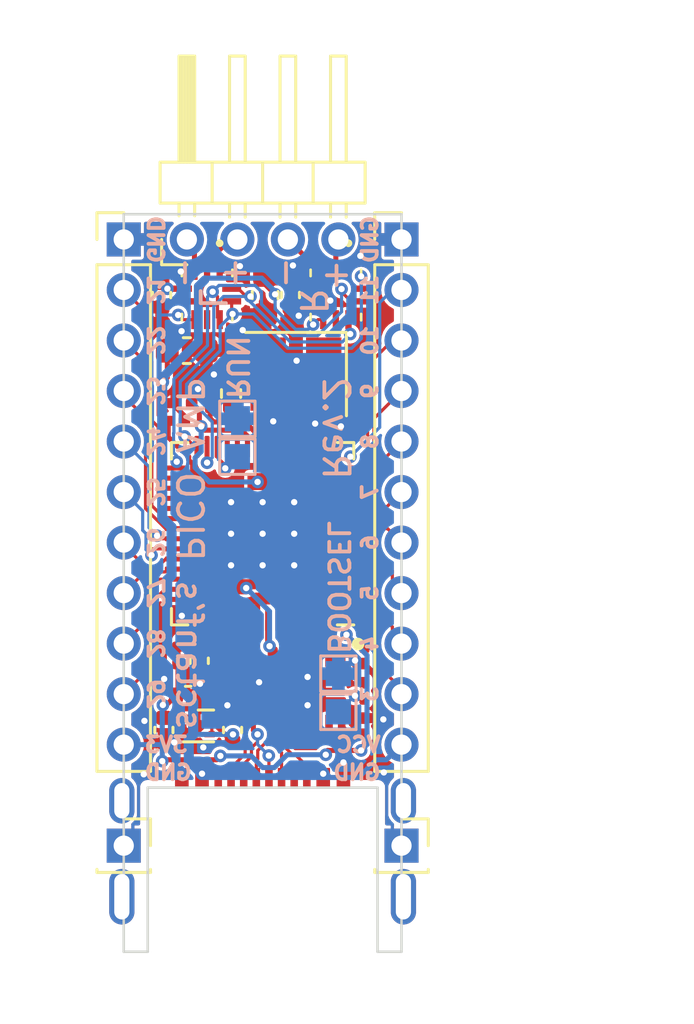
<source format=kicad_pcb>
(kicad_pcb (version 20221018) (generator pcbnew)
  (layers (0 "F.Cu" signal) (31 "B.Cu" signal) (34 "B.Paste" user) (35 "F.Paste" user) (36 "B.SilkS" user "B.Silkscreen") (37 "F.SilkS" user "F.Silkscreen") (38 "B.Mask" user) (39 "F.Mask" user) (44 "Edge.Cuts" user))
  (net 0 "")
  (net 1 "/P29")
  (net 2 "/P28")
  (net 3 "+3V3")
  (net 7 "/P27")
  (net 8 "/P26")
  (net 9 "/P25")
  (net 10 "/P24")
  (net 11 "/P23")
  (net 12 "/P22")
  (net 13 "/P21")
  (net 14 "/P3")
  (net 15 "/P4")
  (net 16 "+1V1")
  (net 17 "/~{USB_BOOT}")
  (net 22 "unconnected-(U1-GPIO20-Pad31)")
  (net 23 "/P5")
  (net 24 "/P6")
  (net 25 "/P7")
  (net 26 "/P8")
  (net 27 "/P9")
  (net 28 "/P10")
  (net 29 "/P11")
  (net 30 "Net-(J6-CC1)")
  (net 31 "/D+")
  (net 32 "/LRCLK")
  (net 33 "/BCLK")
  (net 34 "/DOUT")
  (net 38 "L+")
  (net 39 "L-")
  (net 40 "R+")
  (net 41 "R-")
  (net 42 "VCC")
  (net 43 "GND")
  (net 44 "Net-(U1-XIN)")
  (net 45 "Net-(U1-XOUT)")
  (net 46 "Net-(C5-Pad1)")
  (net 47 "Net-(IC3-~{CS})")
  (net 48 "Net-(IC3-DO(IO1))")
  (net 49 "Net-(IC3-IO2)")
  (net 50 "Net-(IC3-DI(IO0))")
  (net 51 "Net-(IC3-CLK)")
  (net 52 "Net-(IC3-IO3)")
  (net 53 "Net-(U1-USB_DM)")
  (net 54 "Net-(U1-USB_DP)")
  (net 57 "/D-")
  (net 60 "/~{RST}")
  (net 61 "Net-(J6-CC2)")
  (footprint "Connector_PinSocket_2.00mm:PinSocket_1x01_P2.00mm_Vertical" (layer "F.Cu") (at 145.5 106.9)
    (fp_text reference "J5" hide)
    (fp_text value "Conn_01x01_Pin" hide)
  )
  (footprint "Resistor_SMD:R_0201_0603Metric" (layer "F.Cu") (at 139 99.37 90)
    (fp_text reference "R3" hide)
    (fp_text value "27R" hide)
  )
  (footprint "Connector_PinHeader_2.00mm:PinHeader_1x11_P2.00mm_Vertical" (layer "F.Cu") (at 145.5 82.9)
    (fp_text reference "J4" hide)
    (fp_text value "Conn_01x11_Pin" hide)
  )
  (footprint "Capacitor_SMD:C_0201_0603Metric" (layer "F.Cu") (at 136.58 90.08)
    (fp_text reference "C23" hide)
    (fp_text value "100n" hide)
  )
  (footprint "Capacitor_SMD:C_0402_1005Metric" (layer "F.Cu") (at 137.49 99.58 -90)
    (fp_text reference "C16" hide)
    (fp_text value "1u" hide)
  )
  (footprint "Resistor_SMD:R_0201_0603Metric" (layer "F.Cu") (at 138.3 100.8 -90)
    (fp_text reference "R5" hide)
    (fp_text value "5.1K" hide)
  )
  (footprint "Capacitor_SMD:C_0201_0603Metric" (layer "F.Cu") (at 136.33 99.02 180)
    (fp_text reference "C17" hide)
    (fp_text value "100n" hide)
  )
  (footprint "Capacitor_SMD:C_0402_1005Metric" (layer "F.Cu") (at 136 85.1 -90)
    (fp_text reference "C4" hide)
    (fp_text value "0.1uF" hide)
  )
  (footprint "Resistor_SMD:R_0201_0603Metric" (layer "F.Cu") (at 138.3 99.37 90)
    (fp_text reference "R2" hide)
    (fp_text value "27R" hide)
  )
  (footprint "Capacitor_SMD:C_0603_1608Metric" (layer "F.Cu") (at 137 87.3)
    (fp_text reference "C1" hide)
    (fp_text value "10uF" hide)
  )
  (footprint "Capacitor_SMD:C_0201_0603Metric" (layer "F.Cu") (at 144.03 102.17 90)
    (fp_text reference "C24" hide)
    (fp_text value "100n" hide)
  )
  (footprint "Resistor_SMD:R_0201_0603Metric" (layer "F.Cu") (at 140.4 101 90)
    (fp_text reference "R6" hide)
    (fp_text value "5.1K" hide)
  )
  (footprint "Capacitor_SMD:C_0201_0603Metric" (layer "F.Cu") (at 138.87 87.37 90)
    (fp_text reference "C5" hide)
    (fp_text value "15pF" hide)
  )
  (footprint "SamacSys_Parts:MAX98360AEFB" (layer "F.Cu") (at 142.9 85.1 -90)
    (fp_text reference "IC2" hide)
    (fp_text value "MAX98360AEFB+T" hide)
  )
  (footprint "Capacitor_SMD:C_0201_0603Metric" (layer "F.Cu") (at 143.77 89.73 90)
    (fp_text reference "C21" hide)
    (fp_text value "100n" hide)
  )
  (footprint "Resistor_SMD:R_0201_0603Metric" (layer "F.Cu") (at 144.03 100.77 90)
    (fp_text reference "R4" hide)
    (fp_text value "1k" hide)
  )
  (footprint "Package_DFN_QFN:UDFN-4-1EP_1x1mm_P0.65mm_EP0.48x0.48mm" (layer "F.Cu") (at 137.45 102.16)
    (fp_text reference "U2" hide)
    (fp_text value "MIC5317-3.3xM5" hide)
  )
  (footprint "Capacitor_SMD:C_0201_0603Metric" (layer "F.Cu") (at 136.87 89.38 180)
    (fp_text reference "C15" hide)
    (fp_text value "100n" hide)
  )
  (footprint "Connector_PinHeader_2.00mm:PinHeader_1x11_P2.00mm_Vertical" (layer "F.Cu") (at 134.5 82.9)
    (fp_text reference "J2" hide)
    (fp_text value "Conn_01x11_Pin" hide)
  )
  (footprint "Crystal:Crystal_SMD_3225-4Pin_3.2x2.5mm" (layer "F.Cu") (at 141.32 88.23 180)
    (fp_text reference "Y1" hide)
    (fp_text value "Crystal_GND24" hide)
  )
  (footprint "Connector_PinSocket_2.00mm:PinSocket_1x01_P2.00mm_Vertical" (layer "F.Cu") (at 134.5 106.9)
    (fp_text reference "J3" hide)
    (fp_text value "Conn_01x01_Pin" hide)
  )
  (footprint "Capacitor_SMD:C_0201_0603Metric" (layer "F.Cu") (at 140.4 99.57 -90)
    (fp_text reference "C14" hide)
    (fp_text value "100n" hide)
  )
  (footprint "Resistor_SMD:R_0402_1005Metric" (layer "F.Cu") (at 138.75 89 -90)
    (fp_text reference "R1" hide)
    (fp_text value "1K" hide)
  )
  (footprint "Capacitor_SMD:C_0201_0603Metric" (layer "F.Cu") (at 137.92 89.23 90)
    (fp_text reference "C20" hide)
    (fp_text value "100n" hide)
  )
  (footprint "Capacitor_SMD:C_0603_1608Metric" (layer "F.Cu") (at 140.1 85.1 -90)
    (fp_text reference "C2" hide)
    (fp_text value "10uF" hide)
  )
  (footprint "Capacitor_SMD:C_0201_0603Metric" (layer "F.Cu") (at 139.7 99.57 -90)
    (fp_text reference "C12" hide)
    (fp_text value "100n" hide)
  )
  (footprint "SamacSys_Parts:MAX98360AEFB" (layer "F.Cu") (at 137.8 85.1 -90)
    (fp_text reference "IC1" hide)
    (fp_text value "MAX98360AEFB+T" hide)
  )
  (footprint "Capacitor_SMD:C_0402_1005Metric" (layer "F.Cu") (at 136.09 102.32 -90)
    (fp_text reference "C8" hide)
    (fp_text value "1uF" hide)
  )
  (footprint "Capacitor_SMD:C_0201_0603Metric" (layer "F.Cu") (at 144.03 99.37 -90)
    (fp_text reference "C22" hide)
    (fp_text value "100n" hide)
  )
  (footprint "nrfmicro:USB-C_C168688" (layer "F.Cu") (at 139.99515 104.62125 180)
    (fp_text reference "J6" hide)
    (fp_text value "USB_C_Receptacle_USB2.0" hide)
  )
  (footprint "Package_DFN_QFN:QFN-56-1EP_7x7mm_P0.4mm_EP3.2x3.2mm" (layer "F.Cu") (at 140 94.55 180)
    (fp_text reference "U1" hide)
    (fp_text value "RP2040" hide)
  )
  (footprint "Capacitor_SMD:C_0402_1005Metric" (layer "F.Cu") (at 137.05 100.95)
    (fp_text reference "C18" hide)
    (fp_text value "1u" hide)
  )
  (footprint "SamacSys_Parts:SON50P300X200X60-9N" (layer "F.Cu") (at 142.38 100.77 -90)
    (fp_text reference "IC3" hide)
    (fp_text value "W25Q16JVUXIQ_TR" hide)
  )
  (footprint "Capacitor_SMD:C_0402_1005Metric" (layer "F.Cu") (at 141.1 85.1 -90)
    (fp_text reference "C3" hide)
    (fp_text value "0.1uF" hide)
  )
  (footprint "Capacitor_SMD:C_0402_1005Metric" (layer "F.Cu") (at 138.81 102.32 90)
    (fp_text reference "C7" hide)
    (fp_text value "1uF" hide)
  )
  (footprint "Capacitor_SMD:C_0201_0603Metric" (layer "F.Cu") (at 136.33 99.72 180)
    (fp_text reference "C19" hide)
    (fp_text value "100n" hide)
  )
  (footprint "Connector_PinHeader_2.00mm:PinHeader_1x04_P2.00mm_Horizontal" (layer "F.Cu") (at 137 82.9 90)
    (fp_text reference "J1" hide)
    (fp_text value "Conn_01x04_Pin" hide)
  )
  (footprint "Capacitor_SMD:C_0201_0603Metric" (layer "F.Cu") (at 143.77 88.33 -90)
    (fp_text reference "C6" hide)
    (fp_text value "15pF" hide)
  )
  (footprint "TestPoint:TestPoint_Pad_1.0x1.0mm" (layer "B.Cu") (at 139 90 180)
    (fp_text reference "TP4" hide)
    (fp_text value "TestPoint" hide)
  )
  (footprint "TestPoint:TestPoint_Pad_1.0x1.0mm" (layer "B.Cu") (at 139 91.5 180)
    (fp_text reference "TP3" hide)
    (fp_text value "TestPoint" hide)
  )
  (footprint "TestPoint:TestPoint_Pad_1.0x1.0mm" (layer "B.Cu") (at 143 101.6 180)
    (fp_text reference "TP2" hide)
    (fp_text value "TestPoint" hide)
  )
  (footprint "TestPoint:TestPoint_Pad_1.0x1.0mm" (layer "B.Cu") (at 143 100.09 180)
    (fp_text reference "TP1" hide)
    (fp_text value "TestPoint" hide)
  )
  (gr_line (start 135.45 104.6) (end 144.55 104.6) (stroke (width 0.1)) (layer "Edge.Cuts"))
  (gr_line (start 144.55 111.1) (end 145.5 111.1) (stroke (width 0.1)) (layer "Edge.Cuts"))
  (gr_line (start 145.5 111.1) (end 145.5 81.9) (stroke (width 0.1)) (layer "Edge.Cuts"))
  (gr_line (start 145.5 81.9) (end 134.5 81.9) (stroke (width 0.1)) (layer "Edge.Cuts"))
  (gr_line (start 144.55 104.6) (end 144.55 111.1) (stroke (width 0.1)) (layer "Edge.Cuts"))
  (gr_line (start 134.5 81.9) (end 134.5 111.1) (stroke (width 0.1)) (layer "Edge.Cuts"))
  (gr_line (start 135.45 111.1) (end 135.45 104.6) (stroke (width 0.1)) (layer "Edge.Cuts"))
  (gr_line (start 135.45 111.1) (end 134.5 111.1) (stroke (width 0.1)) (layer "Edge.Cuts"))
  (gr_text "25" (at 135.75 92.9 270) (layer "B.SilkS") (effects (font (size 0.6 0.6) (thickness 0.15) bold) (justify mirror)))
  (gr_text "+" (at 143 83.6 270) (layer "B.SilkS") (effects (font (size 1 1)) (justify right mirror)))
  (gr_text "24" (at 135.75 90.9 270) (layer "B.SilkS") (effects (font (size 0.6 0.6) (thickness 0.15) bold) (justify mirror)))
  (gr_text "GND" (at 135.25 104) (layer "B.SilkS") (effects (font (size 0.6 0.6) (thickness 0.15) bold) (justify right mirror)))
  (gr_text "28" (at 135.75 98.9 270) (layer "B.SilkS") (effects (font (size 0.6 0.6) (thickness 0.15) bold) (justify mirror)))
  (gr_text "3" (at 144.25 100.9 90) (layer "B.SilkS") (effects (font (size 0.6 0.6) (thickness 0.15) bold) (justify mirror)))
  (gr_text "21" (at 135.75 84.9 270) (layer "B.SilkS") (effects (font (size 0.6 0.6) (thickness 0.15) bold) (justify mirror)))
  (gr_text "-" (at 141 83.5 270) (layer "B.SilkS") (effects (font (size 1 1)) (justify right mirror)))
  (gr_text "22" (at 135.75 86.9 270) (layer "B.SilkS") (effects (font (size 0.6 0.6) (thickness 0.15) bold) (justify mirror)))
  (gr_text "7" (at 144.25 92.9 90) (layer "B.SilkS") (effects (font (size 0.6 0.6) (thickness 0.15) bold) (justify mirror)))
  (gr_text "GND" (at 144.75 104) (layer "B.SilkS") (effects (font (size 0.6 0.6) (thickness 0.15) bold) (justify left mirror)))
  (gr_text "BOOTSEL" (at 143 99.39 270) (layer "B.SilkS") (effects (font (size 0.8 0.8)) (justify left mirror)))
  (gr_text "23" (at 135.75 88.9 270) (layer "B.SilkS") (effects (font (size 0.6 0.6) (thickness 0.15) bold) (justify mirror)))
  (gr_text "R" (at 142 84.75 270) (layer "B.SilkS") (effects (font (size 1 1)) (justify right mirror)))
  (gr_text "GND" (at 135.75 82.9 270) (layer "B.SilkS") (effects (font (size 0.6 0.6) (thickness 0.15) bold) (justify mirror)))
  (gr_text "5" (at 144.25 96.9 90) (layer "B.SilkS") (effects (font (size 0.6 0.6) (thickness 0.15) bold) (justify mirror)))
  (gr_text "VCC" (at 144.75 102.9) (layer "B.SilkS") (effects (font (size 0.6 0.6) (thickness 0.15) bold) (justify left mirror)))
  (gr_text "9" (at 144.25 88.9 90) (layer "B.SilkS") (effects (font (size 0.6 0.6) (thickness 0.15) bold) (justify mirror)))
  (gr_text "26" (at 135.75 94.9 270) (layer "B.SilkS") (effects (font (size 0.6 0.6) (thickness 0.15) bold) (justify mirror)))
  (gr_text "RUN" (at 139 89.3 270) (layer "B.SilkS") (effects (font (size 0.8 0.8)) (justify left mirror)))
  (gr_text "29" (at 135.75 100.9 270) (layer "B.SilkS") (effects (font (size 0.6 0.6) (thickness 0.15) bold) (justify mirror)))
  (gr_text "-" (at 137 83.5 270) (layer "B.SilkS") (effects (font (size 1 1)) (justify right mirror)))
  (gr_text "Rev.2" (at 142.9 92.5 270) (layer "B.SilkS") (effects (font (size 1 1)) (justify left mirror)))
  (gr_text "6" (at 144.25 94.9 90) (layer "B.SilkS") (effects (font (size 0.6 0.6) (thickness 0.15) bold) (justify mirror)))
  (gr_text "8" (at 144.25 90.9 90) (layer "B.SilkS") (effects (font (size 0.6 0.6) (thickness 0.15) bold) (justify mirror)))
  (gr_text "3V3" (at 135.25 102.9) (layer "B.SilkS") (effects (font (size 0.6 0.6) (thickness 0.15) bold) (justify right mirror)))
  (gr_text "27" (at 135.75 96.9 270) (layer "B.SilkS") (effects (font (size 0.6 0.6) (thickness 0.15) bold) (justify mirror)))
  (gr_text "11" (at 144.25 84.9 90) (layer "B.SilkS") (effects (font (size 0.6 0.6) (thickness 0.15) bold) (justify mirror)))
  (gr_text "10" (at 144.25 86.9 90) (layer "B.SilkS") (effects (font (size 0.6 0.6) (thickness 0.15) bold) (justify mirror)))
  (gr_text "L" (at 138 84.75 270) (layer "B.SilkS") (effects (font (size 1 1)) (justify right mirror)))
  (gr_text "+" (at 139 83.5 270) (layer "B.SilkS") (effects (font (size 1 1)) (justify right mirror)))
  (gr_text "sctanf's PICO AMP" (at 137.1 102.4 270) (layer "B.SilkS") (effects (font (size 1 1)) (justify left mirror)))
  (gr_text "GND" (at 144.25 82.9 90) (layer "B.SilkS") (effects (font (size 0.6 0.6) (thickness 0.15) bold) (justify mirror)))
  (gr_text "4" (at 144.25 98.9 90) (layer "B.SilkS") (effects (font (size 0.6 0.6) (thickness 0.15) bold) (justify mirror)))
  (segment (start 135.4 100) (end 134.8625 100.5375) (width 0.125) (layer "F.Cu") (net 1))
  (segment (start 134.8625 100.5375) (end 134.8625 100.9) (width 0.125) (layer "F.Cu") (net 1))
  (segment (start 136.5625 96.75) (end 136.125 96.75) (width 0.125) (layer "F.Cu") (net 1))
  (segment (start 135.7 97.175) (end 135.7 98.5) (width 0.125) (layer "F.Cu") (net 1))
  (segment (start 135.7 98.5) (end 135.4 98.8) (width 0.125) (layer "F.Cu") (net 1))
  (segment (start 135.4 98.8) (end 135.4 100) (width 0.125) (layer "F.Cu") (net 1))
  (segment (start 136.125 96.75) (end 135.7 97.175) (width 0.125) (layer "F.Cu") (net 1))
  (segment (start 135.95 96.35) (end 135.3625 96.9375) (width 0.125) (layer "F.Cu") (net 2))
  (segment (start 135.3625 98.0375) (end 134.8625 98.5375) (width 0.125) (layer "F.Cu") (net 2))
  (segment (start 136.5625 96.35) (end 135.95 96.35) (width 0.125) (layer "F.Cu") (net 2))
  (segment (start 134.8625 98.5375) (end 134.8625 98.9) (width 0.125) (layer "F.Cu") (net 2))
  (segment (start 135.3625 96.9375) (end 135.3625 98.0375) (width 0.125) (layer "F.Cu") (net 2))
  (segment (start 143 93.55) (end 143.4375 93.55) (width 0.2) (layer "F.Cu") (net 3))
  (segment (start 136.65 100.87) (end 136.57 100.95) (width 0.2) (layer "F.Cu") (net 3))
  (segment (start 136.26 90.721752) (end 136.738248 91.2) (width 0.2) (layer "F.Cu") (net 3))
  (segment (start 136.09 101.84) (end 136.905 101.84) (width 0.2) (layer "F.Cu") (net 3))
  (segment (start 139.7 99.25) (end 139.8 99.15) (width 0.2) (layer "F.Cu") (net 3))
  (segment (start 139.4 98.760378) (end 139.7 99.060378) (width 0.2) (layer "F.Cu") (net 3))
  (segment (start 139.8 97.15) (end 139.8 97.55) (width 0.2) (layer "F.Cu") (net 3))
  (segment (start 139.8 91.1125) (end 139.8 91.8) (width 0.2) (layer "F.Cu") (net 3))
  (segment (start 139.7 99.060378) (end 139.7 99.25) (width 0.2) (layer "F.Cu") (net 3))
  (segment (start 137.4 97.9875) (end 136.65 98.7375) (width 0.2) (layer "F.Cu") (net 3))
  (segment (start 138.06 90.125) (end 137.92 89.985) (width 0.2) (layer "F.Cu") (net 3))
  (segment (start 136.770752 91.2) (end 137.074 91.503248) (width 0.2) (layer "F.Cu") (net 3))
  (segment (start 136.738248 91.2) (end 136.770752 91.2) (width 0.2) (layer "F.Cu") (net 3))
  (segment (start 137.8 97.35) (end 137.6 97.15) (width 0.2) (layer "F.Cu") (net 3))
  (segment (start 136.078385 103.5) (end 138.17316 103.5) (width 0.2) (layer "F.Cu") (net 3))
  (segment (start 143 91.148248) (end 143 91.538908) (width 0.2) (layer "F.Cu") (net 3))
  (segment (start 143.13 102.17) (end 143.45 102.49) (width 0.2) (layer "F.Cu") (net 3))
  (segment (start 142.775 93.325) (end 143 93.55) (width 0.2) (layer "F.Cu") (net 3))
  (segment (start 139.8 99.15) (end 139.8 97.9875) (width 0.2) (layer "F.Cu") (net 3))
  (segment (start 143.77 90.05) (end 143.76 90.05) (width 0.2) (layer "F.Cu") (net 3))
  (segment (start 139.8 90.626472) (end 139.298527 90.125) (width 0.2) (layer "F.Cu") (net 3))
  (segment (start 137.92 89.985) (end 137.92 89.55) (width 0.2) (layer "F.Cu") (net 3))
  (segment (start 136.0495 101.33) (end 136.09 101.3705) (width 0.2) (layer "F.Cu") (net 3))
  (segment (start 144.03 97.7425) (end 143.4375 97.15) (width 0.2) (layer "F.Cu") (net 3))
  (segment (start 142.57 103.13) (end 143.9 103.13) (width 0.2) (layer "F.Cu") (net 3))
  (segment (start 136.65 99.72) (end 136.65 100.87) (width 0.2) (layer "F.Cu") (net 3))
  (segment (start 142.775 91.763908) (end 142.775 93.325) (width 0.2) (layer "F.Cu") (net 3))
  (segment (start 136.025 103.553385) (end 136.078385 103.5) (width 0.2) (layer "F.Cu") (net 3))
  (segment (start 139.4 97.35) (end 139.6 97.15) (width 0.2) (layer "F.Cu") (net 3))
  (segment (start 139.8 91.1125) (end 139.8 90.626472) (width 0.2) (layer "F.Cu") (net 3))
  (segment (start 136.09 101.3705) (end 136.09 101.84) (width 0.2) (layer "F.Cu") (net 3))
  (segment (start 136.905 101.84) (end 136.91 101.835) (width 0.2) (layer "F.Cu") (net 3))
  (segment (start 137.8 97.9875) (end 137.4 97.9875) (width 0.2) (layer "F.Cu") (net 3))
  (segment (start 136.0495 101.33) (end 136.19 101.33) (width 0.2) (layer "F.Cu") (net 3))
  (segment (start 144.03 103) (end 143.9 103.13) (width 0.2) (layer "F.Cu") (net 3))
  (segment (start 143.77 90.378248) (end 143 91.148248) (width 0.2) (layer "F.Cu") (net 3))
  (segment (start 144.03 99.05) (end 144.03 97.7425) (width 0.2) (layer "F.Cu") (net 3))
  (segment (start 143.4375 93.55) (end 142.6 93.55) (width 0.2) (layer "F.Cu") (net 3))
  (segment (start 144.03 99.05) (end 143.822583 99.05) (width 0.2) (layer "F.Cu") (net 3))
  (segment (start 136.65 99.02) (end 136.65 99.72) (width 0.2) (layer "F.Cu") (net 3))
  (segment (start 139.8 97.9875) (end 139.8 97.15) (width 0.2) (layer "F.Cu") (net 3))
  (segment (start 137.074 91.503248) (end 137.074 91.635092) (width 0.2) (layer "F.Cu") (net 3))
  (segment (start 136.5625 93.55) (end 137.45 93.55) (width 0.2) (layer "F.Cu") (net 3))
  (segment (start 136.26 90.08) (end 136.26 90.721752) (width 0.2) (layer "F.Cu") (net 3))
  (segment (start 137.8 97.9875) (end 137.8 97.35) (width 0.2) (layer "F.Cu") (net 3))
  (segment (start 137.074 91.635092) (end 137.225 91.786092) (width 0.2) (layer "F.Cu") (net 3))
  (segment (start 143.4375 97.15) (end 142.6 97.15) (width 0.2) (layer "F.Cu") (net 3))
  (segment (start 143 91.538908) (end 142.775 91.763908) (width 0.2) (layer "F.Cu") (net 3))
  (segment (start 137.4 97.9875) (end 137.4 97.15) (width 0.2) (layer "F.Cu") (net 3))
  (segment (start 139.4 97.9875) (end 139.4 97.35) (width 0.2) (layer "F.Cu") (net 3))
  (segment (start 143.77 90.05) (end 143.77 90.378248) (width 0.2) (layer "F.Cu") (net 3))
  (segment (start 136.19 101.33) (end 136.57 100.95) (width 0.2) (layer "F.Cu") (net 3))
  (segment (start 136.65 98.7375) (end 136.65 99.02) (width 0.2) (layer "F.Cu") (net 3))
  (segment (start 138.17316 103.5) (end 138.326902 103.346258) (width 0.2) (layer "F.Cu") (net 3))
  (segment (start 143.822583 99.05) (end 143.320252 98.547669) (width 0.2) (layer "F.Cu") (net 3))
  (segment (start 139.4 97.9875) (end 139.4 98.760378) (width 0.2) (layer "F.Cu") (net 3))
  (segment (start 143.45 102.49) (end 144.03 102.49) (width 0.2) (layer "F.Cu") (net 3))
  (segment (start 139.298527 90.125) (end 138.06 90.125) (width 0.2) (layer "F.Cu") (net 3))
  (segment (start 136.5625 97.15) (end 137.4 97.15) (width 0.2) (layer "F.Cu") (net 3))
  (segment (start 144.03 102.49) (end 144.03 103) (width 0.2) (layer "F.Cu") (net 3))
  (segment (start 137.225 93.325) (end 137 93.55) (width 0.2) (layer "F.Cu") (net 3))
  (segment (start 137.225 91.786092) (end 137.225 93.325) (width 0.2) (layer "F.Cu") (net 3))
  (segment (start 142.4 103.3) (end 142.57 103.13) (width 0.2) (layer "F.Cu") (net 3))
  (segment (start 137 93.55) (end 136.5625 93.55) (width 0.2) (layer "F.Cu") (net 3))
  (via (at 138.326902 103.346258) (size 0.5) (drill 0.25) (layers "F.Cu" "B.Cu") (net 3))
  (via (at 136.0495 101.33) (size 0.5) (drill 0.25) (layers "F.Cu" "B.Cu") (net 3))
  (via (at 142.5 103.3) (size 0.5) (drill 0.25) (layers "F.Cu" "B.Cu") (net 3))
  (via (at 143.320252 98.547669) (size 0.5) (drill 0.25) (layers "F.Cu" "B.Cu") (net 3))
  (via (at 143.9 103.13) (size 0.5) (drill 0.25) (layers "F.Cu" "B.Cu") (net 3))
  (via (at 136.025 103.553385) (size 0.5) (drill 0.25) (layers "F.Cu" "B.Cu") (net 3))
  (segment (start 140.461705 103.808295) (end 140.97 103.3) (width 0.2) (layer "B.Cu") (net 3))
  (segment (start 136.025 103.553385) (end 136.025 102.91) (width 0.2) (layer "B.Cu") (net 3))
  (segment (start 139.546258 103.346258) (end 140.008295 103.808295) (width 0.2) (layer "B.Cu") (net 3))
  (segment (start 138.326902 103.346258) (end 139.546258 103.346258) (width 0.2) (layer "B.Cu") (net 3))
  (segment (start 136.015 102.9) (end 134.9 102.9) (width 0.2) (layer "B.Cu") (net 3))
  (segment (start 144.133683 99.3611) (end 144.133683 102.896317) (width 0.2) (layer "B.Cu") (net 3))
  (segment (start 136.025 101.3545) (end 136.025 102.91) (width 0.2) (layer "B.Cu") (net 3))
  (segment (start 136.0495 101.33) (end 136.025 101.3545) (width 0.2) (layer "B.Cu") (net 3))
  (segment (start 144.133683 102.896317) (end 143.9 103.13) (width 0.2) (layer "B.Cu") (net 3))
  (segment (start 140.97 103.3) (end 142.4 103.3) (width 0.2) (layer "B.Cu") (net 3))
  (segment (start 143.320252 98.547669) (end 144.133683 99.3611) (width 0.2) (layer "B.Cu") (net 3))
  (segment (start 136.025 102.91) (end 136.015 102.9) (width 0.2) (layer "B.Cu") (net 3))
  (segment (start 140.008295 103.808295) (end 140.461705 103.808295) (width 0.2) (layer "B.Cu") (net 3))
  (segment (start 143.9 103.13) (end 143.9 103) (width 0.2) (layer "B.Cu") (net 3))
  (segment (start 135.883946 96.0625) (end 135.799999 96.146446) (width 0.125) (layer "F.Cu") (net 7))
  (segment (start 135.799999 96.146446) (end 135.253554 96.146446) (width 0.125) (layer "F.Cu") (net 7))
  (segment (start 135.253554 96.146446) (end 134.8625 96.5375) (width 0.125) (layer "F.Cu") (net 7))
  (segment (start 136.5625 95.95) (end 136.25 95.95) (width 0.125) (layer "F.Cu") (net 7))
  (segment (start 136.25 95.95) (end 136.1375 96.0625) (width 0.125) (layer "F.Cu") (net 7))
  (segment (start 134.8625 96.5375) (end 134.8625 96.9) (width 0.125) (layer "F.Cu") (net 7))
  (segment (start 136.1375 96.0625) (end 135.883946 96.0625) (width 0.125) (layer "F.Cu") (net 7))
  (segment (start 136.5625 95.55) (end 136.1625 95.55) (width 0.125) (layer "F.Cu") (net 8))
  (segment (start 135.696446 95.896446) (end 135.396446 95.896446) (width 0.125) (layer "F.Cu") (net 8))
  (segment (start 135.396446 95.896446) (end 134.8625 95.3625) (width 0.125) (layer "F.Cu") (net 8))
  (segment (start 134.8625 95.3625) (end 134.8625 94.9) (width 0.125) (layer "F.Cu") (net 8))
  (segment (start 136.1625 95.55) (end 135.9 95.8125) (width 0.125) (layer "F.Cu") (net 8))
  (segment (start 135.780392 95.8125) (end 135.696446 95.896446) (width 0.125) (layer "F.Cu") (net 8))
  (segment (start 135.9 95.8125) (end 135.780392 95.8125) (width 0.125) (layer "F.Cu") (net 8))
  (segment (start 136.5625 95.15) (end 135.65 95.15) (width 0.125) (layer "F.Cu") (net 9))
  (segment (start 135.65 95.15) (end 135.5 95.3) (width 0.125) (layer "F.Cu") (net 9))
  (via (at 135.6 95.4) (size 0.5) (drill 0.25) (layers "F.Cu" "B.Cu") (net 9))
  (segment (start 135.25 93.65) (end 134.8625 93.2625) (width 0.125) (layer "B.Cu") (net 9))
  (segment (start 135.381095 95.181095) (end 135.381095 94.545009) (width 0.125) (layer "B.Cu") (net 9))
  (segment (start 135.5 95.3) (end 135.381095 95.181095) (width 0.125) (layer "B.Cu") (net 9))
  (segment (start 135.381095 94.545009) (end 135.25 94.413913) (width 0.125) (layer "B.Cu") (net 9))
  (segment (start 134.8625 93.2625) (end 134.8625 92.9) (width 0.125) (layer "B.Cu") (net 9))
  (segment (start 135.25 94.413913) (end 135.25 93.65) (width 0.125) (layer "B.Cu") (net 9))
  (segment (start 135.93964 94.75) (end 136.5625 94.75) (width 0.125) (layer "F.Cu") (net 10))
  (segment (start 135.818595 94.628955) (end 135.93964 94.75) (width 0.125) (layer "F.Cu") (net 10))
  (via (at 135.818595 94.628955) (size 0.5) (drill 0.25) (layers "F.Cu" "B.Cu") (net 10))
  (segment (start 134.8625 91.2625) (end 134.8625 90.9) (width 0.125) (layer "B.Cu") (net 10))
  (segment (start 135.5 91.9) (end 134.8625 91.2625) (width 0.125) (layer "B.Cu") (net 10))
  (segment (start 135.5 94.31036) (end 135.5 91.9) (width 0.125) (layer "B.Cu") (net 10))
  (segment (start 135.818595 94.628955) (end 135.5 94.31036) (width 0.125) (layer "B.Cu") (net 10))
  (segment (start 134.8625 89.4625) (end 134.8625 88.9) (width 0.125) (layer "F.Cu") (net 11))
  (segment (start 136.5625 94.35) (end 136.158359 94.35) (width 0.125) (layer "F.Cu") (net 11))
  (segment (start 135.3625 93.554141) (end 135.3625 90.544482) (width 0.125) (layer "F.Cu") (net 11))
  (segment (start 136.158359 94.35) (end 135.3625 93.554141) (width 0.125) (layer "F.Cu") (net 11))
  (segment (start 135.1 90.281982) (end 135.1 89.7) (width 0.125) (layer "F.Cu") (net 11))
  (segment (start 135.1 89.7) (end 134.8625 89.4625) (width 0.125) (layer "F.Cu") (net 11))
  (segment (start 135.3625 90.544482) (end 135.1 90.281982) (width 0.125) (layer "F.Cu") (net 11))
  (segment (start 135.6125 93.4375) (end 135.6125 90.440928) (width 0.125) (layer "F.Cu") (net 12))
  (segment (start 135.3625 90.190928) (end 135.3625 87.849418) (width 0.125) (layer "F.Cu") (net 12))
  (segment (start 135.6125 90.440928) (end 135.3625 90.190928) (width 0.125) (layer "F.Cu") (net 12))
  (segment (start 135.15 87.55) (end 134.8625 87.2625) (width 0.125) (layer "F.Cu") (net 12))
  (segment (start 134.8625 87.2625) (end 134.8625 86.9) (width 0.125) (layer "F.Cu") (net 12))
  (segment (start 136.5625 93.95) (end 136.125 93.95) (width 0.125) (layer "F.Cu") (net 12))
  (segment (start 135.15 87.636918) (end 135.15 87.55) (width 0.125) (layer "F.Cu") (net 12))
  (segment (start 135.3625 87.849418) (end 135.15 87.636918) (width 0.125) (layer "F.Cu") (net 12))
  (segment (start 136.125 93.95) (end 135.6125 93.4375) (width 0.125) (layer "F.Cu") (net 12))
  (segment (start 135.4 85.8) (end 134.8625 85.2625) (width 0.125) (layer "F.Cu") (net 13))
  (segment (start 135.8625 90.319088) (end 135.6125 90.069088) (width 0.125) (layer "F.Cu") (net 13))
  (segment (start 135.6125 90.069088) (end 135.6125 87.745864) (width 0.125) (layer "F.Cu") (net 13))
  (segment (start 134.8625 85.2625) (end 134.8625 84.9) (width 0.125) (layer "F.Cu") (net 13))
  (segment (start 136.5625 93.15) (end 136.189124 93.15) (width 0.125) (layer "F.Cu") (net 13))
  (segment (start 136.5625 93.15) (end 136.05 93.15) (width 0.125) (layer "F.Cu") (net 13))
  (segment (start 135.4 87.533364) (end 135.4 85.8) (width 0.125) (layer "F.Cu") (net 13))
  (segment (start 135.8625 92.9625) (end 135.8625 90.319088) (width 0.125) (layer "F.Cu") (net 13))
  (segment (start 136.05 93.15) (end 135.8625 92.9625) (width 0.125) (layer "F.Cu") (net 13))
  (segment (start 135.6125 87.745864) (end 135.4 87.533364) (width 0.125) (layer "F.Cu") (net 13))
  (segment (start 143.4375 95.55) (end 143.921446 95.55) (width 0.125) (layer "F.Cu") (net 14))
  (segment (start 144.35 95.978554) (end 144.35 98.65) (width 0.125) (layer "F.Cu") (net 14))
  (segment (start 144.35 98.65) (end 144.6375 98.9375) (width 0.125) (layer "F.Cu") (net 14))
  (segment (start 145.1375 100.3375) (end 145.1375 100.9) (width 0.125) (layer "F.Cu") (net 14))
  (segment (start 143.921446 95.55) (end 144.35 95.978554) (width 0.125) (layer "F.Cu") (net 14))
  (segment (start 144.6375 98.9375) (end 144.6375 99.8375) (width 0.125) (layer "F.Cu") (net 14))
  (segment (start 144.6375 99.8375) (end 145.1375 100.3375) (width 0.125) (layer "F.Cu") (net 14))
  (segment (start 144.6 95.875) (end 144.6 97.7) (width 0.125) (layer "F.Cu") (net 15))
  (segment (start 145.1375 98.2375) (end 145.1375 98.9) (width 0.125) (layer "F.Cu") (net 15))
  (segment (start 143.4375 95.15) (end 143.875 95.15) (width 0.125) (layer "F.Cu") (net 15))
  (segment (start 144.6 97.7) (end 145.1375 98.2375) (width 0.125) (layer "F.Cu") (net 15))
  (segment (start 143.875 95.15) (end 144.6 95.875) (width 0.125) (layer "F.Cu") (net 15))
  (segment (start 137.714945 90.45) (end 137.495 90.230055) (width 0.2) (layer "F.Cu") (net 16))
  (segment (start 138.2 97.9875) (end 138.2 97.15) (width 0.2) (layer "F.Cu") (net 16))
  (segment (start 140.274098 99.001132) (end 140.2 98.927034) (width 0.2) (layer "F.Cu") (net 16))
  (segment (start 138.2 98.43) (end 137.53 99.1) (width 0.2) (layer "F.Cu") (net 16))
  (segment (start 137.495 90.230055) (end 137.495 89.685) (width 0.2) (layer "F.Cu") (net 16))
  (segment (start 137.495 89.685) (end 137.19 89.38) (width 0.2) (layer "F.Cu") (net 16))
  (segment (start 137.53 99.1) (end 137.49 99.1) (width 0.2) (layer "F.Cu") (net 16))
  (segment (start 139.4 91.1125) (end 139.4 90.686092) (width 0.2) (layer "F.Cu") (net 16))
  (segment (start 139.4 90.686092) (end 139.163908 90.45) (width 0.2) (layer "F.Cu") (net 16))
  (segment (start 140.2 98.927034) (end 140.2 97.9875) (width 0.2) (layer "F.Cu") (net 16))
  (segment (start 140.4 99.127034) (end 140.274098 99.001132) (width 0.2) (layer "F.Cu") (net 16))
  (segment (start 139.163908 90.45) (end 137.714945 90.45) (width 0.2) (layer "F.Cu") (net 16))
  (segment (start 138.2 97.9875) (end 138.2 98.43) (width 0.2) (layer "F.Cu") (net 16))
  (via (at 139.35 96.7) (size 0.5) (drill 0.25) (layers "F.Cu" "B.Cu") (net 16))
  (via (at 137.566749 90.301804) (size 0.5) (drill 0.25) (layers "F.Cu" "B.Cu") (net 16))
  (via (at 139.8 92.5) (size 0.5) (drill 0.25) (layers "F.Cu" "B.Cu") (net 16))
  (via (at 140.274098 99.001132) (size 0.5) (drill 0.25) (layers "F.Cu" "B.Cu") (net 16))
  (segment (start 140.274098 99.001132) (end 140.274098 97.624098) (width 0.2) (layer "B.Cu") (net 16))
  (segment (start 140.274098 97.624098) (end 139.35 96.7) (width 0.2) (layer "B.Cu") (net 16))
  (segment (start 137.324852 91.541565) (end 137.566749 91.299668) (width 0.2) (layer "B.Cu") (net 16))
  (segment (start 137.889783 92.5) (end 137.324852 91.935069) (width 0.2) (layer "B.Cu") (net 16))
  (segment (start 137.566749 91.299668) (end 137.566749 90.301804) (width 0.2) (layer "B.Cu") (net 16))
  (segment (start 139.8 92.5) (end 137.889783 92.5) (width 0.2) (layer "B.Cu") (net 16))
  (segment (start 137.324852 91.935069) (end 137.324852 91.541565) (width 0.2) (layer "B.Cu") (net 16))
  (segment (start 143.781604 101.09) (end 143.658683 100.967079) (width 0.125) (layer "F.Cu") (net 17))
  (segment (start 144.03 101.09) (end 143.781604 101.09) (width 0.125) (layer "F.Cu") (net 17))
  (via (at 143.658683 100.967079) (size 0.5) (drill 0.25) (layers "F.Cu" "B.Cu") (net 17))
  (segment (start 143.632921 100.967079) (end 143 101.6) (width 0.125) (layer "B.Cu") (net 17))
  (segment (start 143.658683 100.967079) (end 143.632921 100.967079) (width 0.125) (layer "B.Cu") (net 17))
  (segment (start 136.5625 92.75) (end 136.171447 92.75) (width 0.125) (layer "F.Cu") (net 22))
  (segment (start 143.4375 94.75) (end 143.875 94.75) (width 0.125) (layer "F.Cu") (net 23))
  (segment (start 145.1375 96.0125) (end 145.1375 96.9) (width 0.125) (layer "F.Cu") (net 23))
  (segment (start 143.875 94.75) (end 145.1375 96.0125) (width 0.125) (layer "F.Cu") (net 23))
  (segment (start 145.1375 94.5375) (end 145.1375 94.9) (width 0.125) (layer "F.Cu") (net 24))
  (segment (start 143.4375 94.35) (end 144.95 94.35) (width 0.125) (layer "F.Cu") (net 24))
  (segment (start 144.95 94.35) (end 145.1375 94.5375) (width 0.125) (layer "F.Cu") (net 24))
  (segment (start 145.1375 93.2625) (end 145.1375 92.9) (width 0.125) (layer "F.Cu") (net 25))
  (segment (start 143.4375 93.95) (end 144.45 93.95) (width 0.125) (layer "F.Cu") (net 25))
  (segment (start 144.45 93.95) (end 145.1375 93.2625) (width 0.125) (layer "F.Cu") (net 25))
  (segment (start 144.6 91.8) (end 145.1375 91.2625) (width 0.125) (layer "F.Cu") (net 26))
  (segment (start 143.875 93.15) (end 144.6 92.425) (width 0.125) (layer "F.Cu") (net 26))
  (segment (start 145.1375 91.2625) (end 145.1375 90.9) (width 0.125) (layer "F.Cu") (net 26))
  (segment (start 144.6 92.425) (end 144.6 91.8) (width 0.125) (layer "F.Cu") (net 26))
  (segment (start 143.4375 93.15) (end 143.875 93.15) (width 0.125) (layer "F.Cu") (net 26))
  (segment (start 143.875 92.75) (end 143.4375 92.75) (width 0.125) (layer "F.Cu") (net 27))
  (segment (start 145.1375 89.2625) (end 144.4075 89.9925) (width 0.125) (layer "F.Cu") (net 27))
  (segment (start 144.4075 91.446053) (end 144.35 91.503554) (width 0.125) (layer "F.Cu") (net 27))
  (segment (start 144.35 92.275) (end 143.875 92.75) (width 0.125) (layer "F.Cu") (net 27))
  (segment (start 144.35 91.503554) (end 144.35 92.275) (width 0.125) (layer "F.Cu") (net 27))
  (segment (start 144.4075 89.9925) (end 144.4075 91.446053) (width 0.125) (layer "F.Cu") (net 27))
  (segment (start 145.1375 88.9) (end 145.1375 89.2625) (width 0.125) (layer "F.Cu") (net 27))
  (segment (start 144.1 92.125) (end 144.1 91.4) (width 0.125) (layer "F.Cu") (net 28))
  (segment (start 143.4375 92.35) (end 143.875 92.35) (width 0.125) (layer "F.Cu") (net 28))
  (segment (start 144.1575 87.88) (end 145.1375 86.9) (width 0.125) (layer "F.Cu") (net 28))
  (segment (start 143.875 92.35) (end 144.1 92.125) (width 0.125) (layer "F.Cu") (net 28))
  (segment (start 144.1575 91.3425) (end 144.1575 87.88) (width 0.125) (layer "F.Cu") (net 28))
  (segment (start 144.1 91.4) (end 144.1575 91.3425) (width 0.125) (layer "F.Cu") (net 28))
  (segment (start 143.4375 91.95) (end 143.4375 91.537) (width 0.125) (layer "F.Cu") (net 29))
  (segment (start 143.4375 91.537) (end 143.4745 91.5) (width 0.125) (layer "F.Cu") (net 29))
  (via (at 143.4745 91.5) (size 0.5) (drill 0.25) (layers "F.Cu" "B.Cu") (net 29))
  (segment (start 144.6375 90.337) (end 144.6375 85.4) (width 0.125) (layer "B.Cu") (net 29))
  (segment (start 144.6375 85.4) (end 145.1375 84.9) (width 0.125) (layer "B.Cu") (net 29))
  (segment (start 143.4745 91.5) (end 144.6375 90.337) (width 0.125) (layer "B.Cu") (net 29))
  (segment (start 139.3075 103.2639) (end 139.3075 101.4275) (width 0.125) (layer "F.Cu") (net 30))
  (segment (start 138.75015 104.22125) (end 138.75015 103.82125) (width 0.125) (layer "F.Cu") (net 30))
  (segment (start 138.75015 103.82125) (end 139.3075 103.2639) (width 0.125) (layer "F.Cu") (net 30))
  (segment (start 139.3075 101.4275) (end 138.31 100.43) (width 0.125) (layer "F.Cu") (net 30))
  (segment (start 139.806504 103.133496) (end 139.806504 103.471007) (width 0.125) (layer "F.Cu") (net 31))
  (segment (start 139.965 101.975) (end 139.965 101.218794) (width 0.2) (layer "F.Cu") (net 31))
  (segment (start 139.133293 100.063674) (end 139 99.93038) (width 0.2) (layer "F.Cu") (net 31))
  (segment (start 139.8075 103.471007) (end 139.75015 103.528357) (width 0.125) (layer "F.Cu") (net 31))
  (segment (start 140.234362 102.705639) (end 139.806504 103.133496) (width 0.125) (layer "F.Cu") (net 31))
  (segment (start 139.965 101.218794) (end 139.133293 100.387087) (width 0.2) (layer "F.Cu") (net 31))
  (segment (start 140.75015 104.22125) (end 140.75015 103.221428) (width 0.125) (layer "F.Cu") (net 31))
  (segment (start 140.2 102.21) (end 139.965 101.975) (width 0.2) (layer "F.Cu") (net 31))
  (segment (start 139.133293 100.387087) (end 139.133293 100.063674) (width 0.2) (layer "F.Cu") (net 31))
  (segment (start 140.75015 103.221428) (end 140.234362 102.705639) (width 0.125) (layer "F.Cu") (net 31))
  (segment (start 140.234362 102.705639) (end 140.234362 102.244362) (width 0.125) (layer "F.Cu") (net 31))
  (segment (start 139.75015 103.528357) (end 139.75015 104.22125) (width 0.125) (layer "F.Cu") (net 31))
  (segment (start 140.234362 102.244362) (end 140.2 102.21) (width 0.125) (layer "F.Cu") (net 31))
  (segment (start 139 99.93038) (end 139 99.69) (width 0.2) (layer "F.Cu") (net 31))
  (segment (start 137.3225 91.1125) (end 137.4 91.1125) (width 0.125) (layer "F.Cu") (net 32))
  (segment (start 136.91 90.7) (end 137.3225 91.1125) (width 0.125) (layer "F.Cu") (net 32))
  (segment (start 139.040166 84.85) (end 138.775 84.85) (width 0.125) (layer "F.Cu") (net 32))
  (segment (start 143.468567 86.643063) (end 143.4 86.574496) (width 0.125) (layer "F.Cu") (net 32))
  (segment (start 139.518168 85.156423) (end 139.346589 85.156423) (width 0.125) (layer "F.Cu") (net 32))
  (segment (start 139.346589 85.156423) (end 139.040166 84.85) (width 0.125) (layer "F.Cu") (net 32))
  (segment (start 143.4 86.574496) (end 143.4 86.075) (width 0.125) (layer "F.Cu") (net 32))
  (via (at 139.518168 85.156423) (size 0.5) (drill 0.25) (layers "F.Cu" "B.Cu") (net 32))
  (via (at 143.468567 86.643063) (size 0.5) (drill 0.25) (layers "F.Cu" "B.Cu") (net 32))
  (via (at 136.91 90.7) (size 0.5) (drill 0.25) (layers "F.Cu" "B.Cu") (net 32))
  (segment (start 138.452296 85.156423) (end 139.518168 85.156423) (width 0.125) (layer "B.Cu") (net 32))
  (segment (start 138.066624 85.542095) (end 138.452296 85.156423) (width 0.125) (layer "B.Cu") (net 32))
  (segment (start 139.518168 85.377093) (end 139.518168 85.156423) (width 0.125) (layer "B.Cu") (net 32))
  (segment (start 136.737 88.531388) (end 138.066624 87.201763) (width 0.125) (layer "B.Cu") (net 32))
  (segment (start 141.098575 86.9575) (end 139.518168 85.377093) (width 0.125) (layer "B.Cu") (net 32))
  (segment (start 136.737 90.527) (end 136.737 88.531388) (width 0.125) (layer "B.Cu") (net 32))
  (segment (start 138.066624 87.201763) (end 138.066624 85.542095) (width 0.125) (layer "B.Cu") (net 32))
  (segment (start 143.468567 86.643063) (end 143.15413 86.9575) (width 0.125) (layer "B.Cu") (net 32))
  (segment (start 143.15413 86.9575) (end 141.098575 86.9575) (width 0.125) (layer "B.Cu") (net 32))
  (segment (start 136.91 90.7) (end 136.737 90.527) (width 0.125) (layer "B.Cu") (net 32))
  (segment (start 138.775 85.8145) (end 138.81 85.8495) (width 0.125) (layer "F.Cu") (net 33))
  (segment (start 137.8 91.738169) (end 137.8 91.1125) (width 0.125) (layer "F.Cu") (net 33))
  (segment (start 143.9 84.36) (end 143.9 84.825) (width 0.125) (layer "F.Cu") (net 33))
  (segment (start 143.9 84.825) (end 143.875 84.85) (width 0.125) (layer "F.Cu") (net 33))
  (segment (start 137.799852 91.738317) (end 137.8 91.738169) (width 0.125) (layer "F.Cu") (net 33))
  (segment (start 138.775 85.35) (end 138.775 85.8145) (width 0.125) (layer "F.Cu") (net 33))
  (via (at 143.9 84.36) (size 0.5) (drill 0.25) (layers "F.Cu" "B.Cu") (net 33))
  (via (at 138.81 85.8495) (size 0.5) (drill 0.25) (layers "F.Cu" "B.Cu") (net 33))
  (via (at 137.799852 91.738317) (size 0.5) (drill 0.25) (layers "F.Cu" "B.Cu") (net 33))
  (segment (start 138.004249 91.53392) (end 138.004249 90.120585) (width 0.125) (layer "B.Cu") (net 33))
  (segment (start 140.995021 87.2075) (end 143.522849 87.2075) (width 0.125) (layer "B.Cu") (net 33))
  (segment (start 138.316624 87.305318) (end 138.316624 86.342876) (width 0.125) (layer "B.Cu") (net 33))
  (segment (start 136.987 89.103336) (end 136.987 88.634942) (width 0.125) (layer "B.Cu") (net 33))
  (segment (start 138.004249 90.120585) (end 136.987 89.103336) (width 0.125) (layer "B.Cu") (net 33))
  (segment (start 143.91 84.37) (end 143.9 84.36) (width 0.125) (layer "B.Cu") (net 33))
  (segment (start 143.522849 87.2075) (end 143.91 86.820349) (width 0.125) (layer "B.Cu") (net 33))
  (segment (start 136.987 88.634942) (end 138.316624 87.305318) (width 0.125) (layer "B.Cu") (net 33))
  (segment (start 138.81 85.8495) (end 139.637021 85.8495) (width 0.125) (layer "B.Cu") (net 33))
  (segment (start 143.91 86.820349) (end 143.91 84.37) (width 0.125) (layer "B.Cu") (net 33))
  (segment (start 138.316624 86.342876) (end 138.81 85.8495) (width 0.125) (layer "B.Cu") (net 33))
  (segment (start 137.799852 91.738317) (end 138.004249 91.53392) (width 0.125) (layer "B.Cu") (net 33))
  (segment (start 139.637021 85.8495) (end 140.995021 87.2075) (width 0.125) (layer "B.Cu") (net 33))
  (segment (start 143.5 85.35) (end 143.875 85.35) (width 0.125) (layer "F.Cu") (net 34))
  (segment (start 143.125827 84.860672) (end 143.125827 84.975827) (width 0.125) (layer "F.Cu") (net 34))
  (segment (start 138.2125 85.9875) (end 138.2125 85.1625) (width 0.125) (layer "F.Cu") (net 34))
  (segment (start 138.3 86.075) (end 138.2125 85.9875) (width 0.125) (layer "F.Cu") (net 34))
  (segment (start 136.5625 91.7365) (end 136.5625 91.95) (width 0.125) (layer "F.Cu") (net 34))
  (segment (start 143.125827 84.975827) (end 143.5 85.35) (width 0.125) (layer "F.Cu") (net 34))
  (segment (start 138.2125 85.1625) (end 138.02 84.97) (width 0.125) (layer "F.Cu") (net 34))
  (segment (start 136.599 91.7) (end 136.5625 91.7365) (width 0.125) (layer "F.Cu") (net 34))
  (via (at 138.02 84.97) (size 0.5) (drill 0.25) (layers "F.Cu" "B.Cu") (net 34))
  (via (at 143.125827 84.860672) (size 0.5) (drill 0.25) (layers "F.Cu" "B.Cu") (net 34))
  (via (at 136.599 91.7) (size 0.5) (drill 0.25) (layers "F.Cu" "B.Cu") (net 34))
  (segment (start 138.271077 84.718923) (end 139.699387 84.718923) (width 0.125) (layer "B.Cu") (net 34))
  (segment (start 136.487 90.554281) (end 136.487 88.427834) (width 0.125) (layer "B.Cu") (net 34))
  (segment (start 139.955668 84.975204) (end 139.955668 85.46104) (width 0.125) (layer "B.Cu") (net 34))
  (segment (start 138.02 84.97) (end 138.271077 84.718923) (width 0.125) (layer "B.Cu") (net 34))
  (segment (start 139.699387 84.718923) (end 139.955668 84.975204) (width 0.125) (layer "B.Cu") (net 34))
  (segment (start 136.599 91.7) (end 136.599 91.47) (width 0.125) (layer "B.Cu") (net 34))
  (segment (start 136.4725 90.568781) (end 136.487 90.554281) (width 0.125) (layer "B.Cu") (net 34))
  (segment (start 139.955668 85.46104) (end 141.202129 86.7075) (width 0.125) (layer "B.Cu") (net 34))
  (segment (start 142.181219 86.7075) (end 143.125827 85.762892) (width 0.125) (layer "B.Cu") (net 34))
  (segment (start 136.4725 90.568781) (end 136.4725 91.3435) (width 0.125) (layer "B.Cu") (net 34))
  (segment (start 136.599 91.47) (end 136.4725 91.3435) (width 0.125) (layer "B.Cu") (net 34))
  (segment (start 137.816624 87.09821) (end 137.816624 85.173376) (width 0.125) (layer "B.Cu") (net 34))
  (segment (start 141.202129 86.7075) (end 142.181219 86.7075) (width 0.125) (layer "B.Cu") (net 34))
  (segment (start 143.125827 85.762892) (end 143.125827 84.860672) (width 0.125) (layer "B.Cu") (net 34))
  (segment (start 137.816624 85.173376) (end 138.02 84.97) (width 0.125) (layer "B.Cu") (net 34))
  (segment (start 136.487 88.427834) (end 137.816624 87.09821) (width 0.125) (layer "B.Cu") (net 34))
  (segment (start 137.8 84.125) (end 137.8 83.806802) (width 0.2) (layer "F.Cu") (net 38))
  (segment (start 138.706802 82.9) (end 139 82.9) (width 0.2) (layer "F.Cu") (net 38))
  (segment (start 137.8 83.806802) (end 138.706802 82.9) (width 0.2) (layer "F.Cu") (net 38))
  (segment (start 137.3 83.2) (end 137 82.9) (width 0.2) (layer "F.Cu") (net 39))
  (segment (start 137.3 84.125) (end 137.3 83.2) (width 0.2) (layer "F.Cu") (net 39))
  (segment (start 142.9 84.125) (end 142.9 83) (width 0.2) (layer "F.Cu") (net 40))
  (segment (start 142.9 83) (end 143 82.9) (width 0.2) (layer "F.Cu") (net 40))
  (segment (start 142.4 84.125) (end 142.225 84.125) (width 0.2) (layer "F.Cu") (net 41))
  (segment (start 142.225 84.125) (end 141 82.9) (width 0.2) (layer "F.Cu") (net 41))
  (segment (start 136.23 84.85) (end 136 84.62) (width 0.2) (layer "F.Cu") (net 42))
  (segment (start 138.81 102.8) (end 137.99 101.98) (width 0.2) (layer "F.Cu") (net 42))
  (segment (start 140.395 84.62) (end 140.1 84.325) (width 0.2) (layer "F.Cu") (net 42))
  (segment (start 142.40015 104.05065) (end 142.4 104.0505) (width 0.125) (layer "F.Cu") (net 42))
  (segment (start 142.195 86.075) (end 142.4 86.075) (width 0.125) (layer "F.Cu") (net 42))
  (segment (start 137.99 102.485) (end 137.99 101.98) (width 0.125) (layer "F.Cu") (net 42))
  (segment (start 138.81 102.51) (end 138.8255 102.4945) (width 0.2) (layer "F.Cu") (net 42))
  (segment (start 136.225 87.3) (end 136.225 88.3645) (width 0.2) (layer "F.Cu") (net 42))
  (segment (start 141.33 84.85) (end 141.1 84.62) (width 0.2) (layer "F.Cu") (net 42))
  (segment (start 136.825 84.85) (end 136.23 84.85) (width 0.2) (layer "F.Cu") (net 42))
  (segment (start 136.225 88.3645) (end 136.0495 88.54) (width 0.2) (layer "F.Cu") (net 42))
  (segment (start 137.3 86.075) (end 136.839968 86.075) (width 0.125) (layer "F.Cu") (net 42))
  (segment (start 137.60015 104.22125) (end 137.60015 104.05065) (width 0.125) (layer "F.Cu") (net 42))
  (segment (start 137.995 101.84) (end 137.99 101.835) (width 0.2) (layer "F.Cu") (net 42))
  (segment (start 140.1 84.678099) (end 140.1 84.325) (width 0.2) (layer "F.Cu") (net 42))
  (segment (start 138.81 102.8) (end 138.81 102.51) (width 0.2) (layer "F.Cu") (net 42))
  (segment (start 142.40015 104.22125) (end 142.40015 104.05065) (width 0.125) (layer "F.Cu") (net 42))
  (segment (start 137.60015 104.05065) (end 137.6 104.0505) (width 0.125) (layer "F.Cu") (net 42))
  (segment (start 141.925 84.85) (end 141.33 84.85) (width 0.2) (layer "F.Cu") (net 42))
  (segment (start 137.99 101.98) (end 137.99 101.835) (width 0.2) (layer "F.Cu") (net 42))
  (segment (start 141.1 84.62) (end 140.395 84.62) (width 0.2) (layer "F.Cu") (net 42))
  (segment (start 140.493634 85.071733) (end 140.1 84.678099) (width 0.2) (layer "F.Cu") (net 42))
  (segment (start 142 86.27) (end 142.195 86.075) (width 0.125) (layer "F.Cu") (net 42))
  (segment (start 136.839968 86.075) (end 136.655208 85.89024) (width 0.125) (layer "F.Cu") (net 42))
  (via (at 142.4 104.0505) (size 0.5) (drill 0.25) (layers "F.Cu" "B.Cu") (net 42))
  (via (at 142 86.27) (size 0.5) (drill 0.25) (layers "F.Cu" "B.Cu") (net 42))
  (via (at 136.23 84.85) (size 0.5) (drill 0.25) (layers "F.Cu" "B.Cu") (net 42))
  (via (at 138.8255 102.4945) (size 0.5) (drill 0.25) (layers "F.Cu" "B.Cu") (net 42))
  (via (at 137.6 104.0505) (size 0.5) (drill 0.25) (layers "F.Cu" "B.Cu") (net 42))
  (via (at 140.493634 85.071733) (size 0.5) (drill 0.25) (layers "F.Cu" "B.Cu") (net 42))
  (via (at 136.655208 85.89024) (size 0.5) (drill 0.25) (layers "F.Cu" "B.Cu") (net 42))
  (via (at 136.0495 88.54) (size 0.5) (drill 0.25) (layers "F.Cu" "B.Cu") (net 42))
  (segment (start 137.25 101.2) (end 136.78 100.73) (width 0.4) (layer "B.Cu") (net 42))
  (segment (start 140.493634 85.071733) (end 140.493634 84.961882) (width 0.2) (layer "B.Cu") (net 42))
  (segment (start 135.90024 85.89024) (end 135.9 85.89) (width 0.125) (layer "B.Cu") (net 42))
  (segment (start 136.22 99.08) (end 136.22 96.38) (width 0.4) (layer "B.Cu") (net 42))
  (segment (start 142.4 104.0505) (end 142.317205 104.133295) (width 0.2) (layer "B.Cu") (net 42))
  (segment (start 136.22 96.38) (end 136.393595 96.206405) (width 0.4) (layer "B.Cu") (net 42))
  (segment (start 136.78 99.64) (end 136.22 99.08) (width 0.4) (layer "B.Cu") (net 42))
  (segment (start 140.493634 85.645452) (end 141.305682 86.4575) (width 0.125) (layer "B.Cu") (net 42))
  (segment (start 137.454124 86.948058) (end 137.454124 84.758058) (width 0.35) (layer "B.Cu") (net 42))
  (segment (start 136.0495 88.352682) (end 137.454124 86.948058) (width 0.35) (layer "B.Cu") (net 42))
  (segment (start 135.9 85.89) (end 135.9 85.18) (width 0.2) (layer "B.Cu") (net 42))
  (segment (start 143.8 104.2) (end 144.5 103.5) (width 0.2) (layer "B.Cu") (net 42))
  (segment (start 144.5 103.5) (end 144.9 103.5) (width 0.2) (layer "B.Cu") (net 42))
  (segment (start 141.8125 86.4575) (end 142 86.27) (width 0.125) (layer "B.Cu") (net 42))
  (segment (start 139.963175 84.431423) (end 137.780759 84.431423) (width 0.2) (layer "B.Cu") (net 42))
  (segment (start 140.493634 85.071733) (end 140.493634 85.645452) (width 0.125) (layer "B.Cu") (net 42))
  (segment (start 145.1 103.3) (end 145.1 102.9) (width 0.2) (layer "B.Cu") (net 42))
  (segment (start 136.655208 85.89024) (end 135.90024 85.89024) (width 0.125) (layer "B.Cu") (net 42))
  (segment (start 138.8255 102.4945) (end 137.2555 102.4945) (width 0.2) (layer "B.Cu") (net 42))
  (segment (start 135.9 86.448248) (end 135.9 85.89) (width 0.2) (layer "B.Cu") (net 42))
  (segment (start 143.8 104.2) (end 142.5495 104.2) (width 0.2) (layer "B.Cu") (net 42))
  (segment (start 135.9 86.448248) (end 135.9 87.64) (width 0.2) (layer "B.Cu") (net 42))
  (segment (start 136.393595 94.293595) (end 136.024 93.924) (width 0.4) (layer "B.Cu") (net 42))
  (segment (start 136.0495 88.54) (end 136.0495 88.352682) (width 0.35) (layer "B.Cu") (net 42))
  (segment (start 136.024 88.5655) (end 136.0495 88.54) (width 0.4) (layer "B.Cu") (net 42))
  (segment (start 144.9 103.5) (end 145.1 103.3) (width 0.2) (layer "B.Cu") (net 42))
  (segment (start 141.305682 86.4575) (end 141.8125 86.4575) (width 0.125) (layer "B.Cu") (net 42))
  (segment (start 137.075 102.675) (end 137.075 103.5255) (width 0.4) (layer "B.Cu") (net 42))
  (segment (start 137.075 103.5255) (end 137.6 104.0505) (width 0.4) (layer "B.Cu") (net 42))
  (segment (start 135.9 87.533219) (end 135.9 87.64) (width 0.125) (layer "B.Cu") (net 42))
  (segment (start 137.25 102.5) (end 137.25 101.2) (width 0.4) (layer "B.Cu") (net 42))
  (segment (start 140.493634 84.961882) (end 139.963175 84.431423) (width 0.2) (layer "B.Cu") (net 42))
  (segment (start 136.0495 88.458748) (end 136.0495 88.54) (width 0.2) (layer "B.Cu") (net 42))
  (segment (start 137.454124 84.758058) (end 137.646091 84.566091) (width 0.35) (layer "B.Cu") (net 42))
  (segment (start 142.5495 104.2) (end 142.4 104.0505) (width 0.2) (layer "B.Cu") (net 42))
  (segment (start 136.024 93.924) (end 136.024 88.5655) (width 0.4) (layer "B.Cu") (net 42))
  (segment (start 135.9 85.18) (end 136.23 84.85) (width 0.2) (layer "B.Cu") (net 42))
  (segment (start 136.78 100.73) (end 136.78 99.64) (width 0.4) (layer "B.Cu") (net 42))
  (segment (start 137.646091 84.566091) (end 137.716091 84.496091) (width 0.35) (layer "B.Cu") (net 42))
  (segment (start 137.6 104.133295) (end 137.6 104.1) (width 0.2) (layer "B.Cu") (net 42))
  (segment (start 135.9 88.3905) (end 136.0495 88.54) (width 0.2) (layer "B.Cu") (net 42))
  (segment (start 136.393595 96.206405) (end 136.393595 94.293595) (width 0.4) (layer "B.Cu") (net 42))
  (segment (start 135.9 87.64) (end 135.9 88.3905) (width 0.2) (layer "B.Cu") (net 42))
  (segment (start 137.25 102.5) (end 137.075 102.675) (width 0.4) (layer "B.Cu") (net 42))
  (segment (start 137.780759 84.431423) (end 137.716091 84.496091) (width 0.2) (layer "B.Cu") (net 42))
  (segment (start 137.2555 102.4945) (end 137.25 102.5) (width 0.2) (layer "B.Cu") (net 42))
  (segment (start 136.55 89.53) (end 136.55 89.38) (width 0.2) (layer "F.Cu") (net 43))
  (segment (start 135.0875 105.828771) (end 134.8625 106.053771) (width 0.125) (layer "F.Cu") (net 43))
  (segment (start 144.8 104.1) (end 144.8 104) (width 0.125) (layer "F.Cu") (net 43))
  (segment (start 136.9 89.88) (end 136.55 89.53) (width 0.2) (layer "F.Cu") (net 43))
  (segment (start 138.81 101.52343) (end 138.81 101.84) (width 0.2) (layer "F.Cu") (net 43))
  (segment (start 141.925 85.35) (end 141.33 85.35) (width 0.2) (layer "F.Cu") (net 43))
  (segment (start 136.825 85.35) (end 136.23 85.35) (width 0.2) (layer "F.Cu") (net 43))
  (segment (start 136.23 85.35) (end 136 85.58) (width 0.2) (layer "F.Cu") (net 43))
  (segment (start 143.782249 99.69) (end 143.6595 99.567251) (width 0.2) (layer "F.Cu") (net 43))
  (segment (start 144.03 99.69) (end 144.5 100.16) (width 0.2) (layer "F.Cu") (net 43))
  (segment (start 144.9125 104.1125) (end 144.9125 105.8625) (width 0.125) (layer "F.Cu") (net 43))
  (segment (start 137.482334 100.997666) (end 137.53 100.95) (width 0.125) (layer "F.Cu") (net 43))
  (segment (start 138.604279 101.342291) (end 138.628861 101.342291) (width 0.2) (layer "F.Cu") (net 43))
  (segment (start 144.9125 105.8625) (end 145.1375 106.0875) (width 0.125) (layer "F.Cu") (net 43))
  (segment (start 144.8 104) (end 144.9125 104.1125) (width 0.125) (layer "F.Cu") (net 43))
  (segment (start 137.482334 102.127666) (end 137.482334 100.997666) (width 0.125) (layer "F.Cu") (net 43))
  (segment (start 137.45 102.16) (end 137.482334 102.127666) (width 0.125) (layer "F.Cu") (net 43))
  (segment (start 142.42 89.206586) (end 142.42 89.08) (width 0.2) (layer "F.Cu") (net 43))
  (segment (start 143.2 103.6045) (end 143.20015 103.60465) (width 0.125) (layer "F.Cu") (net 43))
  (segment (start 144.03 99.69) (end 143.782249 99.69) (width 0.2) (layer "F.Cu") (net 43))
  (segment (start 135.292102 104.073674) (end 135.0875 104.278276) (width 0.125) (layer "F.Cu") (net 43))
  (segment (start 141 91.1125) (end 141 90.626586) (width 0.2) (layer "F.Cu") (net 43))
  (segment (start 141 90.626586) (end 142.42 89.206586) (width 0.2) (layer "F.Cu") (net 43))
  (segment (start 145.1375 106.0875) (end 145.1375 106.9) (width 0.125) (layer "F.Cu") (net 43))
  (segment (start 141.33 85.35) (end 141.1 85.58) (width 0.2) (layer "F.Cu") (net 43))
  (segment (start 138.628861 101.342291) (end 138.81 101.52343) (width 0.2) (layer "F.Cu") (net 43))
  (segment (start 135.0875 104.278276) (end 135.0875 105.828771) (width 0.125) (layer "F.Cu") (net 43))
  (segment (start 134.8625 106.053771) (end 134.8625 106.9) (width 0.125) (layer "F.Cu") (net 43))
  (segment (start 143.20015 103.60465) (end 143.20015 104.22125) (width 0.125) (layer "F.Cu") (net 43))
  (segment (start 136.9 90.08) (end 136.9 89.88) (width 0.2) (layer "F.Cu") (net 43))
  (via (at 138.070063 88.244898) (size 0.5) (drill 0.25) (layers "F.Cu" "B.Cu") (net 43))
  (via (at 139.1 83.956923) (size 0.5) (drill 0.25) (layers "F.Cu" "B.Cu") (net 43))
  (via (at 136.79 86.53) (size 0.5) (drill 0.25) (layers "F.Cu" "B.Cu") (net 43))
  (via (at 135.292102 104.073674) (size 0.5) (drill 0.25) (layers "F.Cu" "B.Cu") (net 43))
  (via (at 142.68 85.32) (size 0.5) (drill 0.25) (layers "F.Cu" "B.Cu") (net 43))
  (via (at 141.25 95.8) (size 0.5) (drill 0.25) (layers "F.Cu" "B.Cu") (net 43))
  (via (at 139.86 100.43) (size 0.5) (drill 0.25) (layers "F.Cu" "B.Cu") (net 43))
  (via (at 144.78 101.9) (size 0.5) (drill 0.25) (layers "F.Cu" "B.Cu") (net 43))
  (via (at 138.604279 101.342291) (size 0.5) (drill 0.25) (layers "F.Cu" "B.Cu") (net 43))
  (via (at 141.3455 87.7) (size 0.5) (drill 0.25) (layers "F.Cu" "B.Cu") (net 43))
  (via (at 138.75 93.3) (size 0.5) (drill 0.25) (layers "F.Cu" "B.Cu") (net 43))
  (via (at 140.42 90.1) (size 0.5) (drill 0.25) (layers "F.Cu" "B.Cu") (net 43))
  (via (at 137.439447 88.822016) (size 0.5) (drill 0.25) (layers "F.Cu" "B.Cu") (net 43))
  (via (at 143.1 90.3) (size 0.5) (drill 0.25) (layers "F.Cu" "B.Cu") (net 43))
  (via (at 142.08 90.19) (size 0.5) (drill 0.25) (layers "F.Cu" "B.Cu") (net 43))
  (via (at 144.8 104) (size 0.5) (drill 0.25) (layers "F.Cu" "B.Cu") (net 43))
  (via (at 138.75 95.8) (size 0.5) (drill 0.25) (layers "F.Cu" "B.Cu") (net 43))
  (via (at 138.75 94.55) (size 0.5) (drill 0.25) (layers "F.Cu" "B.Cu") (net 43))
  (via (at 143.6595 99.567251) (size 0.5) (drill 0.25) (layers "F.Cu" "B.Cu") (net 43))
  (via (at 139.21 86.49) (size 0.5) (drill 0.25) (layers "F.Cu" "B.Cu") (net 43))
  (via (at 141.43 85.92) (size 0.5) (drill 0.25) (layers "F.Cu" "B.Cu") (net 43))
  (via (at 141.78 100.22) (size 0.5) (drill 0.25) (layers "F.Cu" "B.Cu") (net 43))
  (via (at 143.87 83.55) (size 0.5) (drill 0.25) (layers "F.Cu" "B.Cu") (net 43))
  (via (at 137.52 100.49) (size 0.5) (drill 0.25) (layers "F.Cu" "B.Cu") (net 43))
  (via (at 140 94.55) (size 0.5) (drill 0.25) (layers "F.Cu" "B.Cu") (net 43))
  (via (at 141.25 94.55) (size 0.5) (drill 0.25) (layers "F.Cu" "B.Cu") (net 43))
  (via (at 141.2 83.93) (size 0.5) (drill 0.25) (layers "F.Cu" "B.Cu") (net 43))
  (via (at 136.76 84.17) (size 0.5) (drill 0.25) (layers "F.Cu" "B.Cu") (net 43))
  (via (at 140 93.3) (size 0.5) (drill 0.25) (layers "F.Cu" "B.Cu") (net 43))
  (via (at 137.65 103.01) (size 0.5) (drill 0.25) (layers "F.Cu" "B.Cu") (net 43))
  (via (at 135.32 101.96) (size 0.5) (drill 0.25) (layers "F.Cu" "B.Cu") (net 43))
  (via (at 141.78 101.34) (size 0.5) (drill 0.25) (layers "F.Cu" "B.Cu") (net 43))
  (via (at 136.5 102.81) (size 0.5) (drill 0.25) (layers "F.Cu" "B.Cu") (net 43))
  (via (at 141.25 93.3) (size 0.5) (drill 0.25) (layers "F.Cu" "B.Cu") (net 43))
  (via (at 143.2 103.6045) (size 0.5) (drill 0.25) (layers "F.Cu" "B.Cu") (net 43))
  (via (at 140 95.8) (size 0.5) (drill 0.25) (layers "F.Cu" "B.Cu") (net 43))
  (via (at 136.1 100.3) (size 0.5) (drill 0.25) (layers "F.Cu" "B.Cu") (net 43))
  (via (at 136.8 97.8) (size 0.5) (drill 0.25) (layers "F.Cu" "B.Cu") (net 43))
  (segment (start 135.0875 104.278276) (end 135.0875 105.835) (width 0.125) (layer "B.Cu") (net 43))
  (segment (start 143.522749 99.567251) (end 143 100.09) (width 0.125) (layer "B.Cu") (net 43))
  (segment (start 144.9125 104.1125) (end 144.8 104) (width 0.125) (layer "B.Cu") (net 43))
  (segment (start 145.1375 106.055) (end 144.9125 105.83) (width 0.125) (layer "B.Cu") (net 43))
  (segment (start 134.8625 106.06) (end 134.8625 106.9) (width 0.125) (layer "B.Cu") (net 43))
  (segment (start 135.0875 105.835) (end 134.8625 106.06) (width 0.125) (layer "B.Cu") (net 43))
  (segment (start 135.292102 104.073674) (end 135.0875 104.278276) (width 0.125) (layer "B.Cu") (net 43))
  (segment (start 144.9125 105.83) (end 144.9125 104.1125) (width 0.125) (layer "B.Cu") (net 43))
  (segment (start 145.1375 106.9) (end 145.1375 106.055) (width 0.125) (layer "B.Cu") (net 43))
  (segment (start 143.6595 99.567251) (end 143.522749 99.567251) (width 0.125) (layer "B.Cu") (net 43))
  (segment (start 143.77 88.01) (end 143.05 88.01) (width 0.125) (layer "F.Cu") (net 44))
  (segment (start 143.05 88.01) (end 142.42 87.38) (width 0.125) (layer "F.Cu") (net 44))
  (segment (start 140.6 91.1125) (end 140.6 90.62) (width 0.125) (layer "F.Cu") (net 44))
  (segment (start 141.5325 89.6875) (end 141.5325 88.2675) (width 0.125) (layer "F.Cu") (net 44))
  (segment (start 140.6 90.62) (end 141.5325 89.6875) (width 0.125) (layer "F.Cu") (net 44))
  (segment (start 141.5325 88.2675) (end 142.42 87.38) (width 0.125) (layer "F.Cu") (net 44))
  (segment (start 139.417613 89.8375) (end 139.0775 89.8375) (width 0.125) (layer "F.Cu") (net 45))
  (segment (start 140.2 91.1125) (end 140.2 90.619887) (width 0.125) (layer "F.Cu") (net 45))
  (segment (start 139.0775 89.8375) (end 138.75 89.51) (width 0.125) (layer "F.Cu") (net 45))
  (segment (start 140.2 90.619887) (end 139.417613 89.8375) (width 0.125) (layer "F.Cu") (net 45))
  (segment (start 140.22 89.08) (end 139.34 89.08) (width 0.125) (layer "F.Cu") (net 46))
  (segment (start 140.22 89.04) (end 140.22 89.08) (width 0.125) (layer "F.Cu") (net 46))
  (segment (start 139.34 89.08) (end 138.75 88.49) (width 0.125) (layer "F.Cu") (net 46))
  (segment (start 138.87 87.69) (end 140.22 89.04) (width 0.125) (layer "F.Cu") (net 46))
  (segment (start 143.13 99.65647) (end 143.13 99.37) (width 0.125) (layer "F.Cu") (net 47))
  (segment (start 143.478281 100.004751) (end 143.13 99.65647) (width 0.125) (layer "F.Cu") (net 47))
  (segment (start 143.494751 100.004751) (end 143.478281 100.004751) (width 0.125) (layer "F.Cu") (net 47))
  (segment (start 143.13 99.004834) (end 142.6 98.474834) (width 0.125) (layer "F.Cu") (net 47))
  (segment (start 143.94 100.45) (end 143.494751 100.004751) (width 0.125) (layer "F.Cu") (net 47))
  (segment (start 143.13 99.37) (end 143.13 99.004834) (width 0.125) (layer "F.Cu") (net 47))
  (segment (start 142.6 98.474834) (end 142.6 97.9875) (width 0.125) (layer "F.Cu") (net 47))
  (segment (start 144.03 100.45) (end 143.94 100.45) (width 0.125) (layer "F.Cu") (net 47))
  (segment (start 142.2 98.574834) (end 142.63 99.004834) (width 0.125) (layer "F.Cu") (net 48))
  (segment (start 142.2 97.9875) (end 142.2 98.574834) (width 0.125) (layer "F.Cu") (net 48))
  (segment (start 142.63 99.004834) (end 142.63 99.37) (width 0.125) (layer "F.Cu") (net 48))
  (segment (start 141.8 98.63) (end 142.13 98.96) (width 0.125) (layer "F.Cu") (net 49))
  (segment (start 142.13 98.96) (end 142.13 99.37) (width 0.125) (layer "F.Cu") (net 49))
  (segment (start 141.8 97.9875) (end 141.8 98.63) (width 0.125) (layer "F.Cu") (net 49))
  (segment (start 141.29 101.83) (end 141.63 102.17) (width 0.125) (layer "F.Cu") (net 50))
  (segment (start 141.4 98.586182) (end 141.290001 98.696181) (width 0.125) (layer "F.Cu") (net 50))
  (segment (start 141.290001 98.696181) (end 141.29 101.83) (width 0.125) (layer "F.Cu") (net 50))
  (segment (start 141.4 97.9875) (end 141.4 98.586182) (width 0.125) (layer "F.Cu") (net 50))
  (segment (start 141.04 98.796447) (end 141.04 102.450616) (width 0.125) (layer "F.Cu") (net 51))
  (segment (start 141 98.756446) (end 141.04 98.796447) (width 0.125) (layer "F.Cu") (net 51))
  (segment (start 141.04 102.450616) (end 141.396884 102.8075) (width 0.125) (layer "F.Cu") (net 51))
  (segment (start 141 97.9875) (end 141 98.756446) (width 0.125) (layer "F.Cu") (net 51))
  (segment (start 141.396884 102.8075) (end 141.857666 102.8075) (width 0.125) (layer "F.Cu") (net 51))
  (segment (start 142.13 102.535166) (end 142.13 102.17) (width 0.125) (layer "F.Cu") (net 51))
  (segment (start 141.857666 102.8075) (end 142.13 102.535166) (width 0.125) (layer "F.Cu") (net 51))
  (segment (start 142.63 102.535166) (end 142.63 102.17) (width 0.125) (layer "F.Cu") (net 52))
  (segment (start 140.6 97.9875) (end 140.6 98.71) (width 0.125) (layer "F.Cu") (net 52))
  (segment (start 141.29333 103.0575) (end 142.107666 103.0575) (width 0.125) (layer "F.Cu") (net 52))
  (segment (start 142.107666 103.0575) (end 142.63 102.535166) (width 0.125) (layer "F.Cu") (net 52))
  (segment (start 140.79 98.9) (end 140.79 102.55417) (width 0.125) (layer "F.Cu") (net 52))
  (segment (start 140.6 98.71) (end 140.79 98.9) (width 0.125) (layer "F.Cu") (net 52))
  (segment (start 140.79 102.55417) (end 141.29333 103.0575) (width 0.125) (layer "F.Cu") (net 52))
  (segment (start 138.6 97.9875) (end 138.6 98.75) (width 0.125) (layer "F.Cu") (net 53))
  (segment (start 138.6 98.75) (end 138.3 99.05) (width 0.125) (layer "F.Cu") (net 53))
  (segment (start 139 97.9875) (end 139 99.05) (width 0.125) (layer "F.Cu") (net 54))
  (segment (start 140.25015 103.339441) (end 140.244004 103.333295) (width 0.125) (layer "F.Cu") (net 57))
  (segment (start 139.5575 103.238045) (end 139.556504 103.237049) (width 0.125) (layer "F.Cu") (net 57))
  (segment (start 138.808293 100.521707) (end 139.633293 101.346707) (width 0.2) (layer "F.Cu") (net 57))
  (segment (start 139.633293 102.328681) (end 139.797362 102.49275) (width 0.2) (layer "F.Cu") (net 57))
  (segment (start 139.25015 104.22125) (end 139.25015 103.674804) (width 0.125) (layer "F.Cu") (net 57))
  (segment (start 139.633293 101.346707) (end 139.633293 102.328681) (width 0.2) (layer "F.Cu") (net 57))
  (segment (start 139.797362 102.789086) (end 139.797362 102.49275) (width 0.125) (layer "F.Cu") (net 57))
  (segment (start 139.556505 103.029942) (end 139.797362 102.789086) (width 0.125) (layer "F.Cu") (net 57))
  (segment (start 139.5575 103.367454) (end 139.5575 103.238045) (width 0.125) (layer "F.Cu") (net 57))
  (segment (start 140.25015 104.22125) (end 140.25015 103.339441) (width 0.125) (layer "F.Cu") (net 57))
  (segment (start 139.556504 103.237049) (end 139.556505 103.029942) (width 0.125) (layer "F.Cu") (net 57))
  (segment (start 139.25015 103.674804) (end 139.5575 103.367454) (width 0.125) (layer "F.Cu") (net 57))
  (segment (start 138.3 99.69) (end 138.808293 100.198293) (width 0.2) (layer "F.Cu") (net 57))
  (segment (start 138.808293 100.198293) (end 138.808293 100.521707) (width 0.2) (layer "F.Cu") (net 57))
  (via (at 140.244004 103.333295) (size 0.5) (drill 0.25) (layers "F.Cu" "B.Cu") (net 57))
  (via (at 139.797362 102.49275) (size 0.5) (drill 0.25) (layers "F.Cu" "B.Cu") (net 57))
  (segment (start 139.797362 102.886653) (end 140.244004 103.333295) (width 0.125) (layer "B.Cu") (net 57))
  (segment (start 139.797362 102.49275) (end 139.797362 102.886653) (width 0.125) (layer "B.Cu") (net 57))
  (segment (start 138.2 91.519746) (end 138.52 91.839746) (width 0.125) (layer "F.Cu") (net 60))
  (segment (start 138.52 91.839746) (end 138.52 91.96) (width 0.125) (layer "F.Cu") (net 60))
  (segment (start 138.2 91.1125) (end 138.2 91.519746) (width 0.125) (layer "F.Cu") (net 60))
  (via (at 138.52 91.96) (size 0.5) (drill 0.25) (layers "F.Cu" "B.Cu") (net 60))
  (segment (start 141.75015 103.75015) (end 141.3075 103.3075) (width 0.125) (layer "F.Cu") (net 61))
  (segment (start 141.75015 104.22125) (end 141.75015 103.75015) (width 0.125) (layer "F.Cu") (net 61))
  (segment (start 140.54 101.44) (end 140.39 101.29) (width 0.125) (layer "F.Cu") (net 61))
  (segment (start 140.54 102.657723) (end 140.54 101.44) (width 0.125) (layer "F.Cu") (net 61))
  (segment (start 141.3075 103.3075) (end 141.189776 103.3075) (width 0.125) (layer "F.Cu") (net 61))
  (segment (start 141.189776 103.3075) (end 140.54 102.657723) (width 0.125) (layer "F.Cu") (net 61))
  (zone (net 16) (net_name "+1V1") (layer "F.Cu") (priority 4) (connect_pads yes (clearance 0.125)) (min_thickness 0.125) (fill yes (thermal_gap 0.508) (thermal_bridge_width 0.508))
    (polygon (pts (xy 138 96.35) (xy 141.6 96.35) (xy 141.6 92.95) (xy 139.4 92.95) (xy 139.4 92.15) (xy 140.2 92.15) (xy 140.2 92.35) (xy 142.2 92.35) (xy 142.2 96.75) (xy 139.4 96.75) (xy 139.4 96.95) (xy 139 96.95) (xy 139 97.35) (xy 138 97.35)))
  )
  (zone (net 3) (net_name "+3V3") (layer "F.Cu") (priority 3) (connect_pads yes (clearance 0.125)) (min_thickness 0.125) (fill yes (thermal_gap 0.508) (thermal_bridge_width 0.508))
    (polygon (pts (xy 137.2 91.75) (xy 142.8 91.75) (xy 142.8 97.35) (xy 140 97.35) (xy 139.2 97.35) (xy 137.2 97.35)))
  )
  (zone (net 43) (net_name "GND") (layers "F&B.Cu") (priority 2) (connect_pads (clearance 0.125)) (min_thickness 0.125) (fill yes (thermal_gap 0.125) (thermal_bridge_width 0.5))
    (polygon (pts (xy 146.2 111.6) (xy 146.37 73.42) (xy 133.6 73.42) (xy 133.1 112)))
  )
  (zone (net 42) (net_name "VCC") (layer "B.Cu") (priority 2) (connect_pads (clearance 0.125)) (min_thickness 0.25) (fill yes (thermal_gap 0.5) (thermal_bridge_width 0.5))
    (polygon (pts (xy 137.6 104.61) (xy 143.03 104.62) (xy 142.24 103.36) (xy 138.33 103.37) (xy 137.08 103.37)))
  )
)
</source>
